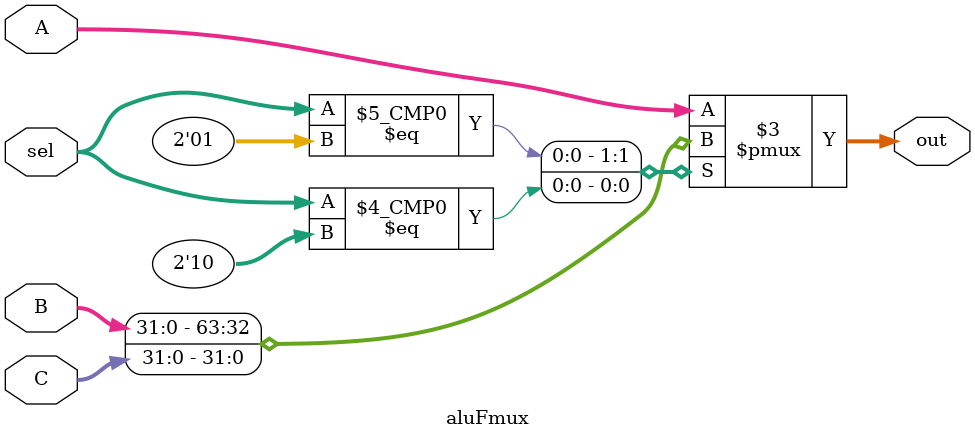
<source format=v>
module aluFmux (
    input [1:0] sel,
    input [31:0] A,
    input [31:0] B,
    input [31:0] C,
    output [31:0] out
);

always @(*)begin
    case (sel)
        0: out = A;
        1: out = B;
        2: out = C;
        default: out = A;
    endcase

end
    
endmodule
</source>
